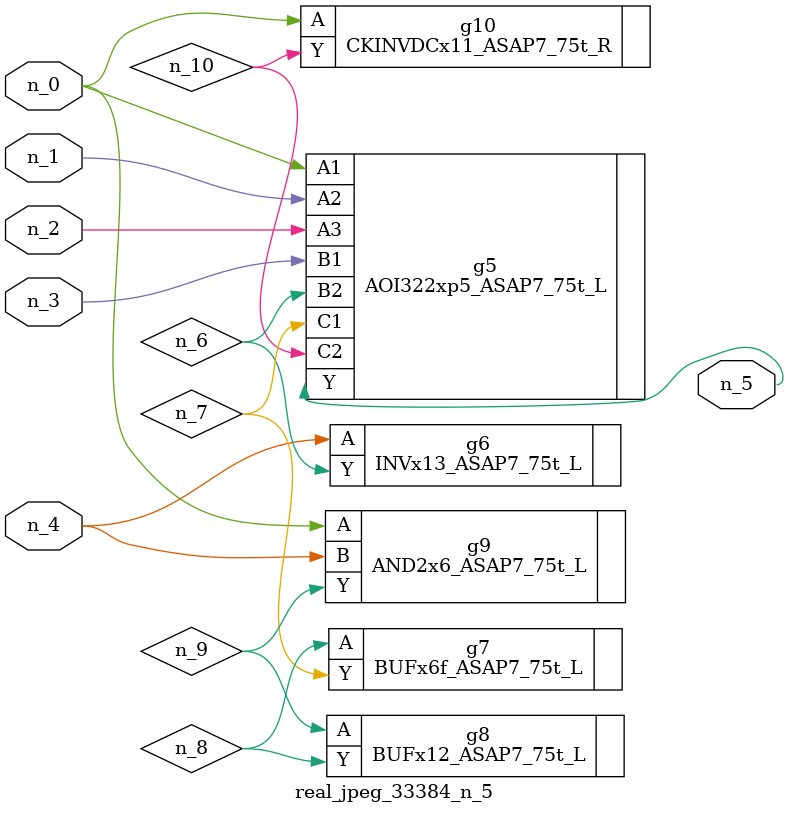
<source format=v>
module real_jpeg_33384_n_5 (n_4, n_0, n_1, n_2, n_3, n_5);

input n_4;
input n_0;
input n_1;
input n_2;
input n_3;

output n_5;

wire n_8;
wire n_6;
wire n_7;
wire n_10;
wire n_9;

AOI322xp5_ASAP7_75t_L g5 ( 
.A1(n_0),
.A2(n_1),
.A3(n_2),
.B1(n_3),
.B2(n_6),
.C1(n_7),
.C2(n_10),
.Y(n_5)
);

AND2x6_ASAP7_75t_L g9 ( 
.A(n_0),
.B(n_4),
.Y(n_9)
);

CKINVDCx11_ASAP7_75t_R g10 ( 
.A(n_0),
.Y(n_10)
);

INVx13_ASAP7_75t_L g6 ( 
.A(n_4),
.Y(n_6)
);

BUFx6f_ASAP7_75t_L g7 ( 
.A(n_8),
.Y(n_7)
);

BUFx12_ASAP7_75t_L g8 ( 
.A(n_9),
.Y(n_8)
);


endmodule
</source>
